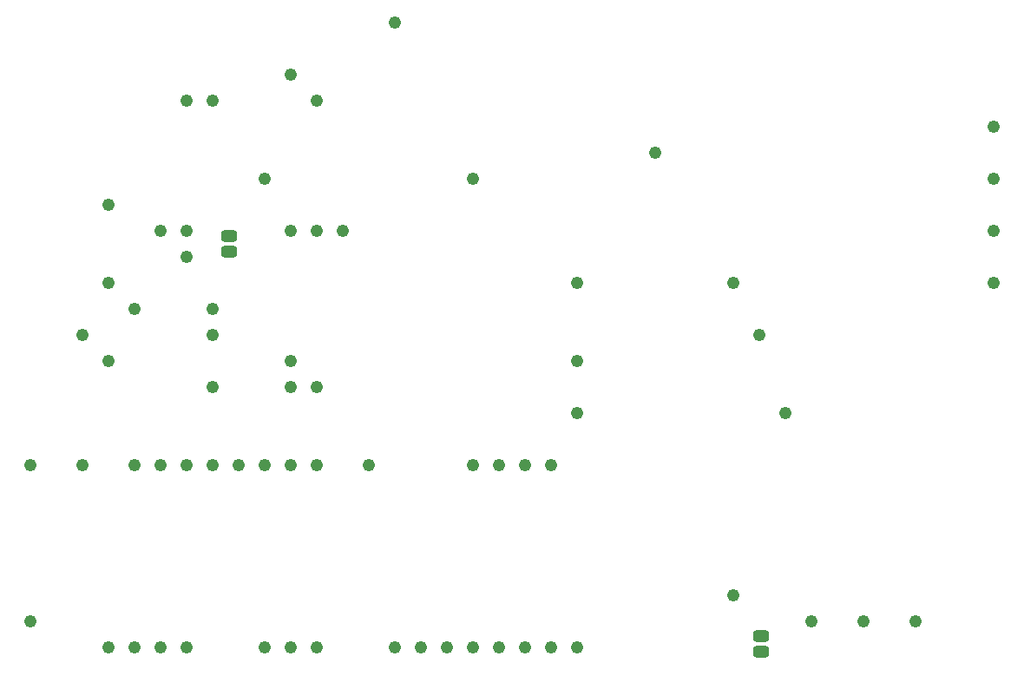
<source format=gbp>
G04 Layer_Color=128*
%FSLAX24Y24*%
%MOIN*%
G70*
G01*
G75*
G04:AMPARAMS|DCode=155|XSize=48mil|YSize=48mil|CornerRadius=24mil|HoleSize=0mil|Usage=FLASHONLY|Rotation=90.000|XOffset=0mil|YOffset=0mil|HoleType=Round|Shape=RoundedRectangle|*
%AMROUNDEDRECTD155*
21,1,0.0480,0.0000,0,0,90.0*
21,1,0.0000,0.0480,0,0,90.0*
1,1,0.0480,0.0000,0.0000*
1,1,0.0480,0.0000,0.0000*
1,1,0.0480,0.0000,0.0000*
1,1,0.0480,0.0000,0.0000*
%
%ADD155ROUNDEDRECTD155*%
G04:AMPARAMS|DCode=216|XSize=44mil|YSize=61mil|CornerRadius=10.5mil|HoleSize=0mil|Usage=FLASHONLY|Rotation=270.000|XOffset=0mil|YOffset=0mil|HoleType=Round|Shape=RoundedRectangle|*
%AMROUNDEDRECTD216*
21,1,0.0440,0.0400,0,0,270.0*
21,1,0.0230,0.0610,0,0,270.0*
1,1,0.0210,-0.0200,-0.0115*
1,1,0.0210,-0.0200,0.0115*
1,1,0.0210,0.0200,0.0115*
1,1,0.0210,0.0200,-0.0115*
%
%ADD216ROUNDEDRECTD216*%
G04:AMPARAMS|DCode=217|XSize=48mil|YSize=48mil|CornerRadius=24mil|HoleSize=0mil|Usage=FLASHONLY|Rotation=0.000|XOffset=0mil|YOffset=0mil|HoleType=Round|Shape=RoundedRectangle|*
%AMROUNDEDRECTD217*
21,1,0.0480,0.0000,0,0,0.0*
21,1,0.0000,0.0480,0,0,0.0*
1,1,0.0480,0.0000,0.0000*
1,1,0.0480,0.0000,0.0000*
1,1,0.0480,0.0000,0.0000*
1,1,0.0480,0.0000,0.0000*
%
%ADD217ROUNDEDRECTD217*%
D155*
X32000Y22000D02*
D03*
X35000Y32000D02*
D03*
D216*
X18632Y28794D02*
D03*
Y28194D02*
D03*
X39055Y12830D02*
D03*
Y13430D02*
D03*
D217*
X38000Y15000D02*
D03*
X45000Y14000D02*
D03*
X43000D02*
D03*
X41000D02*
D03*
X25000Y13000D02*
D03*
X29000D02*
D03*
X26000D02*
D03*
X30000D02*
D03*
X32000D02*
D03*
X28000D02*
D03*
X31000D02*
D03*
X27000D02*
D03*
X17000D02*
D03*
X11000Y14000D02*
D03*
X20000Y13000D02*
D03*
X14000D02*
D03*
X16000D02*
D03*
X22000D02*
D03*
X21000D02*
D03*
X15000D02*
D03*
X20000Y31000D02*
D03*
X25000Y37000D02*
D03*
X13000Y25000D02*
D03*
X14000Y24000D02*
D03*
X17000Y29000D02*
D03*
X14000Y30000D02*
D03*
X16000Y29000D02*
D03*
X17000Y28000D02*
D03*
X22000Y34000D02*
D03*
X21000Y35000D02*
D03*
X18000Y34000D02*
D03*
X17000D02*
D03*
X23000Y29000D02*
D03*
X28000Y31000D02*
D03*
X22000Y29000D02*
D03*
X21000D02*
D03*
X40000Y22000D02*
D03*
X32000Y27000D02*
D03*
Y24000D02*
D03*
X31000Y20000D02*
D03*
X28000D02*
D03*
X30000D02*
D03*
X29000D02*
D03*
X24000D02*
D03*
X20000D02*
D03*
X22000D02*
D03*
X21000D02*
D03*
X19000D02*
D03*
X16000D02*
D03*
X18000D02*
D03*
X17000D02*
D03*
X15000D02*
D03*
X11000D02*
D03*
X13000D02*
D03*
X48000Y31000D02*
D03*
Y27000D02*
D03*
Y33000D02*
D03*
Y29000D02*
D03*
X38000Y27000D02*
D03*
X39000Y25000D02*
D03*
X18000Y23000D02*
D03*
Y25000D02*
D03*
Y26000D02*
D03*
X15000D02*
D03*
X14000Y27000D02*
D03*
X21000Y24000D02*
D03*
X22000Y23000D02*
D03*
X21000D02*
D03*
M02*

</source>
